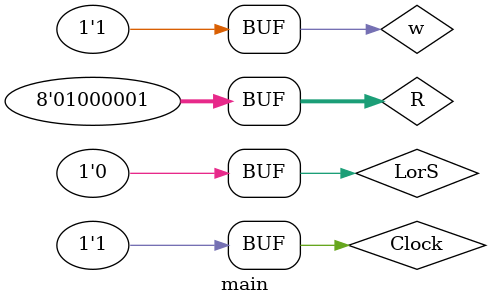
<source format=v>
`timescale 1ns / 1ps

module main;
reg w, Clock, LorS;
reg [7:0] R;
wire [7:0] Q; 
wire serial;
Parity uut(LorS,w, Clock,  R, Q, serial);
initial begin
w=1; Clock=0;LorS=1; R=8'b01000001;
#1 Clock=~Clock;
#1 Clock=~Clock;
#1 Clock=~Clock; LorS=0;
repeat(20) #1 Clock=~Clock;

end
endmodule

</source>
